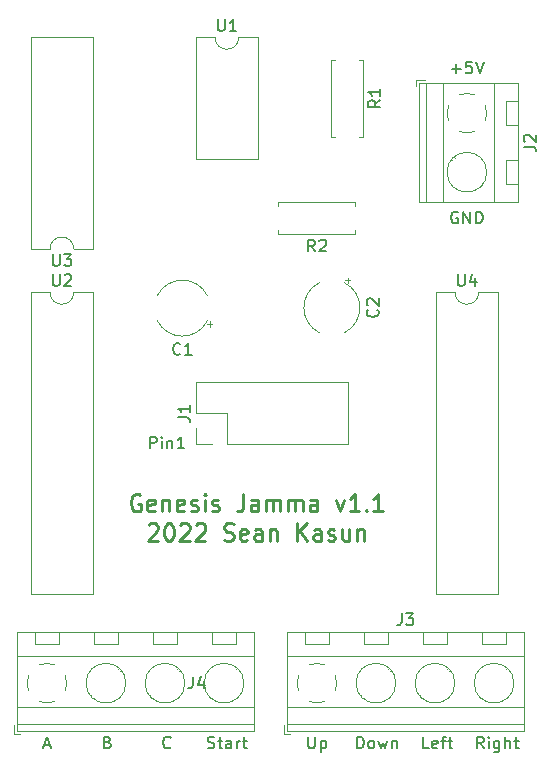
<source format=gbr>
G04 #@! TF.GenerationSoftware,KiCad,Pcbnew,(5.1.5-0-10_14)*
G04 #@! TF.CreationDate,2022-01-19T13:44:37-07:00*
G04 #@! TF.ProjectId,genesisctl,67656e65-7369-4736-9374-6c2e6b696361,rev?*
G04 #@! TF.SameCoordinates,Original*
G04 #@! TF.FileFunction,Legend,Top*
G04 #@! TF.FilePolarity,Positive*
%FSLAX46Y46*%
G04 Gerber Fmt 4.6, Leading zero omitted, Abs format (unit mm)*
G04 Created by KiCad (PCBNEW (5.1.5-0-10_14)) date 2022-01-19 13:44:37*
%MOMM*%
%LPD*%
G04 APERTURE LIST*
%ADD10C,0.250000*%
%ADD11C,0.200000*%
%ADD12C,0.120000*%
%ADD13C,0.150000*%
G04 APERTURE END LIST*
D10*
X200953333Y-72930000D02*
X200820000Y-72858571D01*
X200620000Y-72858571D01*
X200420000Y-72930000D01*
X200286666Y-73072857D01*
X200220000Y-73215714D01*
X200153333Y-73501428D01*
X200153333Y-73715714D01*
X200220000Y-74001428D01*
X200286666Y-74144285D01*
X200420000Y-74287142D01*
X200620000Y-74358571D01*
X200753333Y-74358571D01*
X200953333Y-74287142D01*
X201020000Y-74215714D01*
X201020000Y-73715714D01*
X200753333Y-73715714D01*
X202153333Y-74287142D02*
X202020000Y-74358571D01*
X201753333Y-74358571D01*
X201620000Y-74287142D01*
X201553333Y-74144285D01*
X201553333Y-73572857D01*
X201620000Y-73430000D01*
X201753333Y-73358571D01*
X202020000Y-73358571D01*
X202153333Y-73430000D01*
X202220000Y-73572857D01*
X202220000Y-73715714D01*
X201553333Y-73858571D01*
X202820000Y-73358571D02*
X202820000Y-74358571D01*
X202820000Y-73501428D02*
X202886666Y-73430000D01*
X203020000Y-73358571D01*
X203220000Y-73358571D01*
X203353333Y-73430000D01*
X203420000Y-73572857D01*
X203420000Y-74358571D01*
X204620000Y-74287142D02*
X204486666Y-74358571D01*
X204220000Y-74358571D01*
X204086666Y-74287142D01*
X204020000Y-74144285D01*
X204020000Y-73572857D01*
X204086666Y-73430000D01*
X204220000Y-73358571D01*
X204486666Y-73358571D01*
X204620000Y-73430000D01*
X204686666Y-73572857D01*
X204686666Y-73715714D01*
X204020000Y-73858571D01*
X205220000Y-74287142D02*
X205353333Y-74358571D01*
X205620000Y-74358571D01*
X205753333Y-74287142D01*
X205820000Y-74144285D01*
X205820000Y-74072857D01*
X205753333Y-73930000D01*
X205620000Y-73858571D01*
X205420000Y-73858571D01*
X205286666Y-73787142D01*
X205220000Y-73644285D01*
X205220000Y-73572857D01*
X205286666Y-73430000D01*
X205420000Y-73358571D01*
X205620000Y-73358571D01*
X205753333Y-73430000D01*
X206420000Y-74358571D02*
X206420000Y-73358571D01*
X206420000Y-72858571D02*
X206353333Y-72930000D01*
X206420000Y-73001428D01*
X206486666Y-72930000D01*
X206420000Y-72858571D01*
X206420000Y-73001428D01*
X207020000Y-74287142D02*
X207153333Y-74358571D01*
X207420000Y-74358571D01*
X207553333Y-74287142D01*
X207620000Y-74144285D01*
X207620000Y-74072857D01*
X207553333Y-73930000D01*
X207420000Y-73858571D01*
X207220000Y-73858571D01*
X207086666Y-73787142D01*
X207020000Y-73644285D01*
X207020000Y-73572857D01*
X207086666Y-73430000D01*
X207220000Y-73358571D01*
X207420000Y-73358571D01*
X207553333Y-73430000D01*
X209686666Y-72858571D02*
X209686666Y-73930000D01*
X209620000Y-74144285D01*
X209486666Y-74287142D01*
X209286666Y-74358571D01*
X209153333Y-74358571D01*
X210953333Y-74358571D02*
X210953333Y-73572857D01*
X210886666Y-73430000D01*
X210753333Y-73358571D01*
X210486666Y-73358571D01*
X210353333Y-73430000D01*
X210953333Y-74287142D02*
X210820000Y-74358571D01*
X210486666Y-74358571D01*
X210353333Y-74287142D01*
X210286666Y-74144285D01*
X210286666Y-74001428D01*
X210353333Y-73858571D01*
X210486666Y-73787142D01*
X210820000Y-73787142D01*
X210953333Y-73715714D01*
X211620000Y-74358571D02*
X211620000Y-73358571D01*
X211620000Y-73501428D02*
X211686666Y-73430000D01*
X211820000Y-73358571D01*
X212020000Y-73358571D01*
X212153333Y-73430000D01*
X212220000Y-73572857D01*
X212220000Y-74358571D01*
X212220000Y-73572857D02*
X212286666Y-73430000D01*
X212420000Y-73358571D01*
X212620000Y-73358571D01*
X212753333Y-73430000D01*
X212820000Y-73572857D01*
X212820000Y-74358571D01*
X213486666Y-74358571D02*
X213486666Y-73358571D01*
X213486666Y-73501428D02*
X213553333Y-73430000D01*
X213686666Y-73358571D01*
X213886666Y-73358571D01*
X214020000Y-73430000D01*
X214086666Y-73572857D01*
X214086666Y-74358571D01*
X214086666Y-73572857D02*
X214153333Y-73430000D01*
X214286666Y-73358571D01*
X214486666Y-73358571D01*
X214620000Y-73430000D01*
X214686666Y-73572857D01*
X214686666Y-74358571D01*
X215953333Y-74358571D02*
X215953333Y-73572857D01*
X215886666Y-73430000D01*
X215753333Y-73358571D01*
X215486666Y-73358571D01*
X215353333Y-73430000D01*
X215953333Y-74287142D02*
X215820000Y-74358571D01*
X215486666Y-74358571D01*
X215353333Y-74287142D01*
X215286666Y-74144285D01*
X215286666Y-74001428D01*
X215353333Y-73858571D01*
X215486666Y-73787142D01*
X215820000Y-73787142D01*
X215953333Y-73715714D01*
X217553333Y-73358571D02*
X217886666Y-74358571D01*
X218220000Y-73358571D01*
X219486666Y-74358571D02*
X218686666Y-74358571D01*
X219086666Y-74358571D02*
X219086666Y-72858571D01*
X218953333Y-73072857D01*
X218820000Y-73215714D01*
X218686666Y-73287142D01*
X220086666Y-74215714D02*
X220153333Y-74287142D01*
X220086666Y-74358571D01*
X220020000Y-74287142D01*
X220086666Y-74215714D01*
X220086666Y-74358571D01*
X221486666Y-74358571D02*
X220686666Y-74358571D01*
X221086666Y-74358571D02*
X221086666Y-72858571D01*
X220953333Y-73072857D01*
X220820000Y-73215714D01*
X220686666Y-73287142D01*
X201653333Y-75501428D02*
X201720000Y-75430000D01*
X201853333Y-75358571D01*
X202186666Y-75358571D01*
X202320000Y-75430000D01*
X202386666Y-75501428D01*
X202453333Y-75644285D01*
X202453333Y-75787142D01*
X202386666Y-76001428D01*
X201586666Y-76858571D01*
X202453333Y-76858571D01*
X203320000Y-75358571D02*
X203453333Y-75358571D01*
X203586666Y-75430000D01*
X203653333Y-75501428D01*
X203720000Y-75644285D01*
X203786666Y-75930000D01*
X203786666Y-76287142D01*
X203720000Y-76572857D01*
X203653333Y-76715714D01*
X203586666Y-76787142D01*
X203453333Y-76858571D01*
X203320000Y-76858571D01*
X203186666Y-76787142D01*
X203120000Y-76715714D01*
X203053333Y-76572857D01*
X202986666Y-76287142D01*
X202986666Y-75930000D01*
X203053333Y-75644285D01*
X203120000Y-75501428D01*
X203186666Y-75430000D01*
X203320000Y-75358571D01*
X204320000Y-75501428D02*
X204386666Y-75430000D01*
X204520000Y-75358571D01*
X204853333Y-75358571D01*
X204986666Y-75430000D01*
X205053333Y-75501428D01*
X205120000Y-75644285D01*
X205120000Y-75787142D01*
X205053333Y-76001428D01*
X204253333Y-76858571D01*
X205120000Y-76858571D01*
X205653333Y-75501428D02*
X205720000Y-75430000D01*
X205853333Y-75358571D01*
X206186666Y-75358571D01*
X206320000Y-75430000D01*
X206386666Y-75501428D01*
X206453333Y-75644285D01*
X206453333Y-75787142D01*
X206386666Y-76001428D01*
X205586666Y-76858571D01*
X206453333Y-76858571D01*
X208053333Y-76787142D02*
X208253333Y-76858571D01*
X208586666Y-76858571D01*
X208720000Y-76787142D01*
X208786666Y-76715714D01*
X208853333Y-76572857D01*
X208853333Y-76430000D01*
X208786666Y-76287142D01*
X208720000Y-76215714D01*
X208586666Y-76144285D01*
X208320000Y-76072857D01*
X208186666Y-76001428D01*
X208120000Y-75930000D01*
X208053333Y-75787142D01*
X208053333Y-75644285D01*
X208120000Y-75501428D01*
X208186666Y-75430000D01*
X208320000Y-75358571D01*
X208653333Y-75358571D01*
X208853333Y-75430000D01*
X209986666Y-76787142D02*
X209853333Y-76858571D01*
X209586666Y-76858571D01*
X209453333Y-76787142D01*
X209386666Y-76644285D01*
X209386666Y-76072857D01*
X209453333Y-75930000D01*
X209586666Y-75858571D01*
X209853333Y-75858571D01*
X209986666Y-75930000D01*
X210053333Y-76072857D01*
X210053333Y-76215714D01*
X209386666Y-76358571D01*
X211253333Y-76858571D02*
X211253333Y-76072857D01*
X211186666Y-75930000D01*
X211053333Y-75858571D01*
X210786666Y-75858571D01*
X210653333Y-75930000D01*
X211253333Y-76787142D02*
X211120000Y-76858571D01*
X210786666Y-76858571D01*
X210653333Y-76787142D01*
X210586666Y-76644285D01*
X210586666Y-76501428D01*
X210653333Y-76358571D01*
X210786666Y-76287142D01*
X211120000Y-76287142D01*
X211253333Y-76215714D01*
X211920000Y-75858571D02*
X211920000Y-76858571D01*
X211920000Y-76001428D02*
X211986666Y-75930000D01*
X212120000Y-75858571D01*
X212320000Y-75858571D01*
X212453333Y-75930000D01*
X212520000Y-76072857D01*
X212520000Y-76858571D01*
X214253333Y-76858571D02*
X214253333Y-75358571D01*
X215053333Y-76858571D02*
X214453333Y-76001428D01*
X215053333Y-75358571D02*
X214253333Y-76215714D01*
X216253333Y-76858571D02*
X216253333Y-76072857D01*
X216186666Y-75930000D01*
X216053333Y-75858571D01*
X215786666Y-75858571D01*
X215653333Y-75930000D01*
X216253333Y-76787142D02*
X216120000Y-76858571D01*
X215786666Y-76858571D01*
X215653333Y-76787142D01*
X215586666Y-76644285D01*
X215586666Y-76501428D01*
X215653333Y-76358571D01*
X215786666Y-76287142D01*
X216120000Y-76287142D01*
X216253333Y-76215714D01*
X216853333Y-76787142D02*
X216986666Y-76858571D01*
X217253333Y-76858571D01*
X217386666Y-76787142D01*
X217453333Y-76644285D01*
X217453333Y-76572857D01*
X217386666Y-76430000D01*
X217253333Y-76358571D01*
X217053333Y-76358571D01*
X216920000Y-76287142D01*
X216853333Y-76144285D01*
X216853333Y-76072857D01*
X216920000Y-75930000D01*
X217053333Y-75858571D01*
X217253333Y-75858571D01*
X217386666Y-75930000D01*
X218653333Y-75858571D02*
X218653333Y-76858571D01*
X218053333Y-75858571D02*
X218053333Y-76644285D01*
X218120000Y-76787142D01*
X218253333Y-76858571D01*
X218453333Y-76858571D01*
X218586666Y-76787142D01*
X218653333Y-76715714D01*
X219320000Y-75858571D02*
X219320000Y-76858571D01*
X219320000Y-76001428D02*
X219386666Y-75930000D01*
X219520000Y-75858571D01*
X219720000Y-75858571D01*
X219853333Y-75930000D01*
X219920000Y-76072857D01*
X219920000Y-76858571D01*
D11*
X206660952Y-94384761D02*
X206803809Y-94432380D01*
X207041904Y-94432380D01*
X207137142Y-94384761D01*
X207184761Y-94337142D01*
X207232380Y-94241904D01*
X207232380Y-94146666D01*
X207184761Y-94051428D01*
X207137142Y-94003809D01*
X207041904Y-93956190D01*
X206851428Y-93908571D01*
X206756190Y-93860952D01*
X206708571Y-93813333D01*
X206660952Y-93718095D01*
X206660952Y-93622857D01*
X206708571Y-93527619D01*
X206756190Y-93480000D01*
X206851428Y-93432380D01*
X207089523Y-93432380D01*
X207232380Y-93480000D01*
X207518095Y-93765714D02*
X207899047Y-93765714D01*
X207660952Y-93432380D02*
X207660952Y-94289523D01*
X207708571Y-94384761D01*
X207803809Y-94432380D01*
X207899047Y-94432380D01*
X208660952Y-94432380D02*
X208660952Y-93908571D01*
X208613333Y-93813333D01*
X208518095Y-93765714D01*
X208327619Y-93765714D01*
X208232380Y-93813333D01*
X208660952Y-94384761D02*
X208565714Y-94432380D01*
X208327619Y-94432380D01*
X208232380Y-94384761D01*
X208184761Y-94289523D01*
X208184761Y-94194285D01*
X208232380Y-94099047D01*
X208327619Y-94051428D01*
X208565714Y-94051428D01*
X208660952Y-94003809D01*
X209137142Y-94432380D02*
X209137142Y-93765714D01*
X209137142Y-93956190D02*
X209184761Y-93860952D01*
X209232380Y-93813333D01*
X209327619Y-93765714D01*
X209422857Y-93765714D01*
X209613333Y-93765714D02*
X209994285Y-93765714D01*
X209756190Y-93432380D02*
X209756190Y-94289523D01*
X209803809Y-94384761D01*
X209899047Y-94432380D01*
X209994285Y-94432380D01*
X203509523Y-94337142D02*
X203461904Y-94384761D01*
X203319047Y-94432380D01*
X203223809Y-94432380D01*
X203080952Y-94384761D01*
X202985714Y-94289523D01*
X202938095Y-94194285D01*
X202890476Y-94003809D01*
X202890476Y-93860952D01*
X202938095Y-93670476D01*
X202985714Y-93575238D01*
X203080952Y-93480000D01*
X203223809Y-93432380D01*
X203319047Y-93432380D01*
X203461904Y-93480000D01*
X203509523Y-93527619D01*
X198191428Y-93908571D02*
X198334285Y-93956190D01*
X198381904Y-94003809D01*
X198429523Y-94099047D01*
X198429523Y-94241904D01*
X198381904Y-94337142D01*
X198334285Y-94384761D01*
X198239047Y-94432380D01*
X197858095Y-94432380D01*
X197858095Y-93432380D01*
X198191428Y-93432380D01*
X198286666Y-93480000D01*
X198334285Y-93527619D01*
X198381904Y-93622857D01*
X198381904Y-93718095D01*
X198334285Y-93813333D01*
X198286666Y-93860952D01*
X198191428Y-93908571D01*
X197858095Y-93908571D01*
X192801904Y-94146666D02*
X193278095Y-94146666D01*
X192706666Y-94432380D02*
X193040000Y-93432380D01*
X193373333Y-94432380D01*
X230020952Y-94432380D02*
X229687619Y-93956190D01*
X229449523Y-94432380D02*
X229449523Y-93432380D01*
X229830476Y-93432380D01*
X229925714Y-93480000D01*
X229973333Y-93527619D01*
X230020952Y-93622857D01*
X230020952Y-93765714D01*
X229973333Y-93860952D01*
X229925714Y-93908571D01*
X229830476Y-93956190D01*
X229449523Y-93956190D01*
X230449523Y-94432380D02*
X230449523Y-93765714D01*
X230449523Y-93432380D02*
X230401904Y-93480000D01*
X230449523Y-93527619D01*
X230497142Y-93480000D01*
X230449523Y-93432380D01*
X230449523Y-93527619D01*
X231354285Y-93765714D02*
X231354285Y-94575238D01*
X231306666Y-94670476D01*
X231259047Y-94718095D01*
X231163809Y-94765714D01*
X231020952Y-94765714D01*
X230925714Y-94718095D01*
X231354285Y-94384761D02*
X231259047Y-94432380D01*
X231068571Y-94432380D01*
X230973333Y-94384761D01*
X230925714Y-94337142D01*
X230878095Y-94241904D01*
X230878095Y-93956190D01*
X230925714Y-93860952D01*
X230973333Y-93813333D01*
X231068571Y-93765714D01*
X231259047Y-93765714D01*
X231354285Y-93813333D01*
X231830476Y-94432380D02*
X231830476Y-93432380D01*
X232259047Y-94432380D02*
X232259047Y-93908571D01*
X232211428Y-93813333D01*
X232116190Y-93765714D01*
X231973333Y-93765714D01*
X231878095Y-93813333D01*
X231830476Y-93860952D01*
X232592380Y-93765714D02*
X232973333Y-93765714D01*
X232735238Y-93432380D02*
X232735238Y-94289523D01*
X232782857Y-94384761D01*
X232878095Y-94432380D01*
X232973333Y-94432380D01*
X225369523Y-94432380D02*
X224893333Y-94432380D01*
X224893333Y-93432380D01*
X226083809Y-94384761D02*
X225988571Y-94432380D01*
X225798095Y-94432380D01*
X225702857Y-94384761D01*
X225655238Y-94289523D01*
X225655238Y-93908571D01*
X225702857Y-93813333D01*
X225798095Y-93765714D01*
X225988571Y-93765714D01*
X226083809Y-93813333D01*
X226131428Y-93908571D01*
X226131428Y-94003809D01*
X225655238Y-94099047D01*
X226417142Y-93765714D02*
X226798095Y-93765714D01*
X226560000Y-94432380D02*
X226560000Y-93575238D01*
X226607619Y-93480000D01*
X226702857Y-93432380D01*
X226798095Y-93432380D01*
X226988571Y-93765714D02*
X227369523Y-93765714D01*
X227131428Y-93432380D02*
X227131428Y-94289523D01*
X227179047Y-94384761D01*
X227274285Y-94432380D01*
X227369523Y-94432380D01*
X219289523Y-94432380D02*
X219289523Y-93432380D01*
X219527619Y-93432380D01*
X219670476Y-93480000D01*
X219765714Y-93575238D01*
X219813333Y-93670476D01*
X219860952Y-93860952D01*
X219860952Y-94003809D01*
X219813333Y-94194285D01*
X219765714Y-94289523D01*
X219670476Y-94384761D01*
X219527619Y-94432380D01*
X219289523Y-94432380D01*
X220432380Y-94432380D02*
X220337142Y-94384761D01*
X220289523Y-94337142D01*
X220241904Y-94241904D01*
X220241904Y-93956190D01*
X220289523Y-93860952D01*
X220337142Y-93813333D01*
X220432380Y-93765714D01*
X220575238Y-93765714D01*
X220670476Y-93813333D01*
X220718095Y-93860952D01*
X220765714Y-93956190D01*
X220765714Y-94241904D01*
X220718095Y-94337142D01*
X220670476Y-94384761D01*
X220575238Y-94432380D01*
X220432380Y-94432380D01*
X221099047Y-93765714D02*
X221289523Y-94432380D01*
X221480000Y-93956190D01*
X221670476Y-94432380D01*
X221860952Y-93765714D01*
X222241904Y-93765714D02*
X222241904Y-94432380D01*
X222241904Y-93860952D02*
X222289523Y-93813333D01*
X222384761Y-93765714D01*
X222527619Y-93765714D01*
X222622857Y-93813333D01*
X222670476Y-93908571D01*
X222670476Y-94432380D01*
X215161904Y-93432380D02*
X215161904Y-94241904D01*
X215209523Y-94337142D01*
X215257142Y-94384761D01*
X215352380Y-94432380D01*
X215542857Y-94432380D01*
X215638095Y-94384761D01*
X215685714Y-94337142D01*
X215733333Y-94241904D01*
X215733333Y-93432380D01*
X216209523Y-93765714D02*
X216209523Y-94765714D01*
X216209523Y-93813333D02*
X216304761Y-93765714D01*
X216495238Y-93765714D01*
X216590476Y-93813333D01*
X216638095Y-93860952D01*
X216685714Y-93956190D01*
X216685714Y-94241904D01*
X216638095Y-94337142D01*
X216590476Y-94384761D01*
X216495238Y-94432380D01*
X216304761Y-94432380D01*
X216209523Y-94384761D01*
X201771428Y-69032380D02*
X201771428Y-68032380D01*
X202152380Y-68032380D01*
X202247619Y-68080000D01*
X202295238Y-68127619D01*
X202342857Y-68222857D01*
X202342857Y-68365714D01*
X202295238Y-68460952D01*
X202247619Y-68508571D01*
X202152380Y-68556190D01*
X201771428Y-68556190D01*
X202771428Y-69032380D02*
X202771428Y-68365714D01*
X202771428Y-68032380D02*
X202723809Y-68080000D01*
X202771428Y-68127619D01*
X202819047Y-68080000D01*
X202771428Y-68032380D01*
X202771428Y-68127619D01*
X203247619Y-68365714D02*
X203247619Y-69032380D01*
X203247619Y-68460952D02*
X203295238Y-68413333D01*
X203390476Y-68365714D01*
X203533333Y-68365714D01*
X203628571Y-68413333D01*
X203676190Y-68508571D01*
X203676190Y-69032380D01*
X204676190Y-69032380D02*
X204104761Y-69032380D01*
X204390476Y-69032380D02*
X204390476Y-68032380D01*
X204295238Y-68175238D01*
X204200000Y-68270476D01*
X204104761Y-68318095D01*
X227838095Y-49030000D02*
X227742857Y-48982380D01*
X227600000Y-48982380D01*
X227457142Y-49030000D01*
X227361904Y-49125238D01*
X227314285Y-49220476D01*
X227266666Y-49410952D01*
X227266666Y-49553809D01*
X227314285Y-49744285D01*
X227361904Y-49839523D01*
X227457142Y-49934761D01*
X227600000Y-49982380D01*
X227695238Y-49982380D01*
X227838095Y-49934761D01*
X227885714Y-49887142D01*
X227885714Y-49553809D01*
X227695238Y-49553809D01*
X228314285Y-49982380D02*
X228314285Y-48982380D01*
X228885714Y-49982380D01*
X228885714Y-48982380D01*
X229361904Y-49982380D02*
X229361904Y-48982380D01*
X229600000Y-48982380D01*
X229742857Y-49030000D01*
X229838095Y-49125238D01*
X229885714Y-49220476D01*
X229933333Y-49410952D01*
X229933333Y-49553809D01*
X229885714Y-49744285D01*
X229838095Y-49839523D01*
X229742857Y-49934761D01*
X229600000Y-49982380D01*
X229361904Y-49982380D01*
X227314285Y-36901428D02*
X228076190Y-36901428D01*
X227695238Y-37282380D02*
X227695238Y-36520476D01*
X229028571Y-36282380D02*
X228552380Y-36282380D01*
X228504761Y-36758571D01*
X228552380Y-36710952D01*
X228647619Y-36663333D01*
X228885714Y-36663333D01*
X228980952Y-36710952D01*
X229028571Y-36758571D01*
X229076190Y-36853809D01*
X229076190Y-37091904D01*
X229028571Y-37187142D01*
X228980952Y-37234761D01*
X228885714Y-37282380D01*
X228647619Y-37282380D01*
X228552380Y-37234761D01*
X228504761Y-37187142D01*
X229361904Y-36282380D02*
X229695238Y-37282380D01*
X230028571Y-36282380D01*
D12*
X190240000Y-93200000D02*
X190740000Y-93200000D01*
X190240000Y-92460000D02*
X190240000Y-93200000D01*
X209040000Y-84600000D02*
X209040000Y-85600000D01*
X207040000Y-84600000D02*
X207040000Y-85600000D01*
X207040000Y-85600000D02*
X209040000Y-85600000D01*
X207040000Y-84600000D02*
X209040000Y-84600000D01*
X206813000Y-89923000D02*
X206766000Y-89969000D01*
X209110000Y-87625000D02*
X209075000Y-87661000D01*
X207006000Y-90139000D02*
X206971000Y-90174000D01*
X209315000Y-87831000D02*
X209268000Y-87877000D01*
X204040000Y-84600000D02*
X204040000Y-85600000D01*
X202040000Y-84600000D02*
X202040000Y-85600000D01*
X202040000Y-85600000D02*
X204040000Y-85600000D01*
X202040000Y-84600000D02*
X204040000Y-84600000D01*
X201813000Y-89923000D02*
X201766000Y-89969000D01*
X204110000Y-87625000D02*
X204075000Y-87661000D01*
X202006000Y-90139000D02*
X201971000Y-90174000D01*
X204315000Y-87831000D02*
X204268000Y-87877000D01*
X199040000Y-84600000D02*
X199040000Y-85600000D01*
X197040000Y-84600000D02*
X197040000Y-85600000D01*
X197040000Y-85600000D02*
X199040000Y-85600000D01*
X197040000Y-84600000D02*
X199040000Y-84600000D01*
X196813000Y-89923000D02*
X196766000Y-89969000D01*
X199110000Y-87625000D02*
X199075000Y-87661000D01*
X197006000Y-90139000D02*
X196971000Y-90174000D01*
X199315000Y-87831000D02*
X199268000Y-87877000D01*
X194040000Y-84600000D02*
X194040000Y-85600000D01*
X192040000Y-84600000D02*
X192040000Y-85600000D01*
X192040000Y-85600000D02*
X194040000Y-85600000D01*
X192040000Y-84600000D02*
X194040000Y-84600000D01*
X210601000Y-84540000D02*
X210601000Y-92960000D01*
X190480000Y-84540000D02*
X190480000Y-92960000D01*
X190480000Y-92960000D02*
X210601000Y-92960000D01*
X190480000Y-84540000D02*
X210601000Y-84540000D01*
X190480000Y-86599000D02*
X210601000Y-86599000D01*
X190480000Y-90900000D02*
X210601000Y-90900000D01*
X190480000Y-92400000D02*
X210601000Y-92400000D01*
X209720000Y-88900000D02*
G75*
G03X209720000Y-88900000I-1680000J0D01*
G01*
X204720000Y-88900000D02*
G75*
G03X204720000Y-88900000I-1680000J0D01*
G01*
X199720000Y-88900000D02*
G75*
G03X199720000Y-88900000I-1680000J0D01*
G01*
X193068805Y-90580253D02*
G75*
G02X192356000Y-90435000I-28805J1680253D01*
G01*
X191504574Y-89583042D02*
G75*
G02X191505000Y-88216000I1535426J683042D01*
G01*
X192356958Y-87364574D02*
G75*
G02X193724000Y-87365000I683042J-1535426D01*
G01*
X194575426Y-88216958D02*
G75*
G02X194575000Y-89584000I-1535426J-683042D01*
G01*
X193723318Y-90434756D02*
G75*
G02X193040000Y-90580000I-683318J1534756D01*
G01*
X231250000Y-55820000D02*
X229600000Y-55820000D01*
X231250000Y-81340000D02*
X231250000Y-55820000D01*
X225950000Y-81340000D02*
X231250000Y-81340000D01*
X225950000Y-55820000D02*
X225950000Y-81340000D01*
X227600000Y-55820000D02*
X225950000Y-55820000D01*
X229600000Y-55820000D02*
G75*
G02X227600000Y-55820000I-1000000J0D01*
G01*
X193310000Y-52130000D02*
G75*
G02X195310000Y-52130000I1000000J0D01*
G01*
X195310000Y-52130000D02*
X196960000Y-52130000D01*
X196960000Y-52130000D02*
X196960000Y-34230000D01*
X196960000Y-34230000D02*
X191660000Y-34230000D01*
X191660000Y-34230000D02*
X191660000Y-52130000D01*
X191660000Y-52130000D02*
X193310000Y-52130000D01*
X209280000Y-34230000D02*
G75*
G02X207280000Y-34230000I-1000000J0D01*
G01*
X207280000Y-34230000D02*
X205630000Y-34230000D01*
X205630000Y-34230000D02*
X205630000Y-44510000D01*
X205630000Y-44510000D02*
X210930000Y-44510000D01*
X210930000Y-44510000D02*
X210930000Y-34230000D01*
X210930000Y-34230000D02*
X209280000Y-34230000D01*
X202390260Y-58210000D02*
G75*
G03X206629741Y-58210000I2119740J1060000D01*
G01*
X202390260Y-56090000D02*
G75*
G02X206629741Y-56090000I2119740J-1060000D01*
G01*
X207047288Y-58485000D02*
X206597288Y-58485000D01*
X206822288Y-58710000D02*
X206822288Y-58260000D01*
X218730000Y-54797712D02*
X218280000Y-54797712D01*
X218505000Y-54572712D02*
X218505000Y-55022712D01*
X216110000Y-59229740D02*
G75*
G02X216110000Y-54990259I1060000J2119740D01*
G01*
X218230000Y-59229740D02*
G75*
G03X218230000Y-54990259I-1060000J2119740D01*
G01*
X218500000Y-68640000D02*
X218500000Y-63440000D01*
X208280000Y-68640000D02*
X218500000Y-68640000D01*
X205680000Y-63440000D02*
X218500000Y-63440000D01*
X208280000Y-68640000D02*
X208280000Y-66040000D01*
X208280000Y-66040000D02*
X205680000Y-66040000D01*
X205680000Y-66040000D02*
X205680000Y-63440000D01*
X207010000Y-68640000D02*
X205680000Y-68640000D01*
X205680000Y-68640000D02*
X205680000Y-67310000D01*
X227065244Y-41323318D02*
G75*
G02X226920000Y-40640000I1534756J683318D01*
G01*
X229283042Y-42175426D02*
G75*
G02X227916000Y-42175000I-683042J1535426D01*
G01*
X230135426Y-39956958D02*
G75*
G02X230135000Y-41324000I-1535426J-683042D01*
G01*
X227916958Y-39104574D02*
G75*
G02X229284000Y-39105000I683042J-1535426D01*
G01*
X226919747Y-40668805D02*
G75*
G02X227065000Y-39956000I1680253J28805D01*
G01*
X230280000Y-45640000D02*
G75*
G03X230280000Y-45640000I-1680000J0D01*
G01*
X225100000Y-38080000D02*
X225100000Y-48200000D01*
X226600000Y-38080000D02*
X226600000Y-48200000D01*
X230901000Y-38080000D02*
X230901000Y-48200000D01*
X232960000Y-38080000D02*
X232960000Y-48200000D01*
X224540000Y-38080000D02*
X224540000Y-48200000D01*
X232960000Y-38080000D02*
X224540000Y-38080000D01*
X232960000Y-48200000D02*
X224540000Y-48200000D01*
X232900000Y-39640000D02*
X232900000Y-41640000D01*
X231900000Y-39640000D02*
X231900000Y-41640000D01*
X232900000Y-39640000D02*
X231900000Y-39640000D01*
X232900000Y-41640000D02*
X231900000Y-41640000D01*
X229669000Y-46915000D02*
X229623000Y-46868000D01*
X227361000Y-44606000D02*
X227326000Y-44571000D01*
X229875000Y-46710000D02*
X229839000Y-46675000D01*
X227577000Y-44413000D02*
X227531000Y-44366000D01*
X232900000Y-44640000D02*
X232900000Y-46640000D01*
X231900000Y-44640000D02*
X231900000Y-46640000D01*
X232900000Y-44640000D02*
X231900000Y-44640000D01*
X232900000Y-46640000D02*
X231900000Y-46640000D01*
X225040000Y-37840000D02*
X224300000Y-37840000D01*
X224300000Y-37840000D02*
X224300000Y-38340000D01*
X216583318Y-90434756D02*
G75*
G02X215900000Y-90580000I-683318J1534756D01*
G01*
X217435426Y-88216958D02*
G75*
G02X217435000Y-89584000I-1535426J-683042D01*
G01*
X215216958Y-87364574D02*
G75*
G02X216584000Y-87365000I683042J-1535426D01*
G01*
X214364574Y-89583042D02*
G75*
G02X214365000Y-88216000I1535426J683042D01*
G01*
X215928805Y-90580253D02*
G75*
G02X215216000Y-90435000I-28805J1680253D01*
G01*
X222580000Y-88900000D02*
G75*
G03X222580000Y-88900000I-1680000J0D01*
G01*
X227580000Y-88900000D02*
G75*
G03X227580000Y-88900000I-1680000J0D01*
G01*
X232580000Y-88900000D02*
G75*
G03X232580000Y-88900000I-1680000J0D01*
G01*
X213340000Y-92400000D02*
X233461000Y-92400000D01*
X213340000Y-90900000D02*
X233461000Y-90900000D01*
X213340000Y-86599000D02*
X233461000Y-86599000D01*
X213340000Y-84540000D02*
X233461000Y-84540000D01*
X213340000Y-92960000D02*
X233461000Y-92960000D01*
X213340000Y-84540000D02*
X213340000Y-92960000D01*
X233461000Y-84540000D02*
X233461000Y-92960000D01*
X214900000Y-84600000D02*
X216900000Y-84600000D01*
X214900000Y-85600000D02*
X216900000Y-85600000D01*
X214900000Y-84600000D02*
X214900000Y-85600000D01*
X216900000Y-84600000D02*
X216900000Y-85600000D01*
X222175000Y-87831000D02*
X222128000Y-87877000D01*
X219866000Y-90139000D02*
X219831000Y-90174000D01*
X221970000Y-87625000D02*
X221935000Y-87661000D01*
X219673000Y-89923000D02*
X219626000Y-89969000D01*
X219900000Y-84600000D02*
X221900000Y-84600000D01*
X219900000Y-85600000D02*
X221900000Y-85600000D01*
X219900000Y-84600000D02*
X219900000Y-85600000D01*
X221900000Y-84600000D02*
X221900000Y-85600000D01*
X227175000Y-87831000D02*
X227128000Y-87877000D01*
X224866000Y-90139000D02*
X224831000Y-90174000D01*
X226970000Y-87625000D02*
X226935000Y-87661000D01*
X224673000Y-89923000D02*
X224626000Y-89969000D01*
X224900000Y-84600000D02*
X226900000Y-84600000D01*
X224900000Y-85600000D02*
X226900000Y-85600000D01*
X224900000Y-84600000D02*
X224900000Y-85600000D01*
X226900000Y-84600000D02*
X226900000Y-85600000D01*
X232175000Y-87831000D02*
X232128000Y-87877000D01*
X229866000Y-90139000D02*
X229831000Y-90174000D01*
X231970000Y-87625000D02*
X231935000Y-87661000D01*
X229673000Y-89923000D02*
X229626000Y-89969000D01*
X229900000Y-84600000D02*
X231900000Y-84600000D01*
X229900000Y-85600000D02*
X231900000Y-85600000D01*
X229900000Y-84600000D02*
X229900000Y-85600000D01*
X231900000Y-84600000D02*
X231900000Y-85600000D01*
X213100000Y-92460000D02*
X213100000Y-93200000D01*
X213100000Y-93200000D02*
X213600000Y-93200000D01*
X217070000Y-42640000D02*
X217400000Y-42640000D01*
X217070000Y-36100000D02*
X217070000Y-42640000D01*
X217400000Y-36100000D02*
X217070000Y-36100000D01*
X219810000Y-42640000D02*
X219480000Y-42640000D01*
X219810000Y-36100000D02*
X219810000Y-42640000D01*
X219480000Y-36100000D02*
X219810000Y-36100000D01*
X212630000Y-48160000D02*
X212630000Y-48490000D01*
X219170000Y-48160000D02*
X212630000Y-48160000D01*
X219170000Y-48490000D02*
X219170000Y-48160000D01*
X212630000Y-50900000D02*
X212630000Y-50570000D01*
X219170000Y-50900000D02*
X212630000Y-50900000D01*
X219170000Y-50570000D02*
X219170000Y-50900000D01*
X195310000Y-55820000D02*
G75*
G02X193310000Y-55820000I-1000000J0D01*
G01*
X193310000Y-55820000D02*
X191660000Y-55820000D01*
X191660000Y-55820000D02*
X191660000Y-81340000D01*
X191660000Y-81340000D02*
X196960000Y-81340000D01*
X196960000Y-81340000D02*
X196960000Y-55820000D01*
X196960000Y-55820000D02*
X195310000Y-55820000D01*
D13*
X205406666Y-88352380D02*
X205406666Y-89066666D01*
X205359047Y-89209523D01*
X205263809Y-89304761D01*
X205120952Y-89352380D01*
X205025714Y-89352380D01*
X206311428Y-88685714D02*
X206311428Y-89352380D01*
X206073333Y-88304761D02*
X205835238Y-89019047D01*
X206454285Y-89019047D01*
X227838095Y-54272380D02*
X227838095Y-55081904D01*
X227885714Y-55177142D01*
X227933333Y-55224761D01*
X228028571Y-55272380D01*
X228219047Y-55272380D01*
X228314285Y-55224761D01*
X228361904Y-55177142D01*
X228409523Y-55081904D01*
X228409523Y-54272380D01*
X229314285Y-54605714D02*
X229314285Y-55272380D01*
X229076190Y-54224761D02*
X228838095Y-54939047D01*
X229457142Y-54939047D01*
X193548095Y-52582380D02*
X193548095Y-53391904D01*
X193595714Y-53487142D01*
X193643333Y-53534761D01*
X193738571Y-53582380D01*
X193929047Y-53582380D01*
X194024285Y-53534761D01*
X194071904Y-53487142D01*
X194119523Y-53391904D01*
X194119523Y-52582380D01*
X194500476Y-52582380D02*
X195119523Y-52582380D01*
X194786190Y-52963333D01*
X194929047Y-52963333D01*
X195024285Y-53010952D01*
X195071904Y-53058571D01*
X195119523Y-53153809D01*
X195119523Y-53391904D01*
X195071904Y-53487142D01*
X195024285Y-53534761D01*
X194929047Y-53582380D01*
X194643333Y-53582380D01*
X194548095Y-53534761D01*
X194500476Y-53487142D01*
X207518095Y-32682380D02*
X207518095Y-33491904D01*
X207565714Y-33587142D01*
X207613333Y-33634761D01*
X207708571Y-33682380D01*
X207899047Y-33682380D01*
X207994285Y-33634761D01*
X208041904Y-33587142D01*
X208089523Y-33491904D01*
X208089523Y-32682380D01*
X209089523Y-33682380D02*
X208518095Y-33682380D01*
X208803809Y-33682380D02*
X208803809Y-32682380D01*
X208708571Y-32825238D01*
X208613333Y-32920476D01*
X208518095Y-32968095D01*
X204343333Y-61007142D02*
X204295714Y-61054761D01*
X204152857Y-61102380D01*
X204057619Y-61102380D01*
X203914761Y-61054761D01*
X203819523Y-60959523D01*
X203771904Y-60864285D01*
X203724285Y-60673809D01*
X203724285Y-60530952D01*
X203771904Y-60340476D01*
X203819523Y-60245238D01*
X203914761Y-60150000D01*
X204057619Y-60102380D01*
X204152857Y-60102380D01*
X204295714Y-60150000D01*
X204343333Y-60197619D01*
X205295714Y-61102380D02*
X204724285Y-61102380D01*
X205010000Y-61102380D02*
X205010000Y-60102380D01*
X204914761Y-60245238D01*
X204819523Y-60340476D01*
X204724285Y-60388095D01*
X221027142Y-57276666D02*
X221074761Y-57324285D01*
X221122380Y-57467142D01*
X221122380Y-57562380D01*
X221074761Y-57705238D01*
X220979523Y-57800476D01*
X220884285Y-57848095D01*
X220693809Y-57895714D01*
X220550952Y-57895714D01*
X220360476Y-57848095D01*
X220265238Y-57800476D01*
X220170000Y-57705238D01*
X220122380Y-57562380D01*
X220122380Y-57467142D01*
X220170000Y-57324285D01*
X220217619Y-57276666D01*
X220217619Y-56895714D02*
X220170000Y-56848095D01*
X220122380Y-56752857D01*
X220122380Y-56514761D01*
X220170000Y-56419523D01*
X220217619Y-56371904D01*
X220312857Y-56324285D01*
X220408095Y-56324285D01*
X220550952Y-56371904D01*
X221122380Y-56943333D01*
X221122380Y-56324285D01*
X204132380Y-66373333D02*
X204846666Y-66373333D01*
X204989523Y-66420952D01*
X205084761Y-66516190D01*
X205132380Y-66659047D01*
X205132380Y-66754285D01*
X205132380Y-65373333D02*
X205132380Y-65944761D01*
X205132380Y-65659047D02*
X204132380Y-65659047D01*
X204275238Y-65754285D01*
X204370476Y-65849523D01*
X204418095Y-65944761D01*
X233412380Y-43473333D02*
X234126666Y-43473333D01*
X234269523Y-43520952D01*
X234364761Y-43616190D01*
X234412380Y-43759047D01*
X234412380Y-43854285D01*
X233507619Y-43044761D02*
X233460000Y-42997142D01*
X233412380Y-42901904D01*
X233412380Y-42663809D01*
X233460000Y-42568571D01*
X233507619Y-42520952D01*
X233602857Y-42473333D01*
X233698095Y-42473333D01*
X233840952Y-42520952D01*
X234412380Y-43092380D01*
X234412380Y-42473333D01*
X223066666Y-82992380D02*
X223066666Y-83706666D01*
X223019047Y-83849523D01*
X222923809Y-83944761D01*
X222780952Y-83992380D01*
X222685714Y-83992380D01*
X223447619Y-82992380D02*
X224066666Y-82992380D01*
X223733333Y-83373333D01*
X223876190Y-83373333D01*
X223971428Y-83420952D01*
X224019047Y-83468571D01*
X224066666Y-83563809D01*
X224066666Y-83801904D01*
X224019047Y-83897142D01*
X223971428Y-83944761D01*
X223876190Y-83992380D01*
X223590476Y-83992380D01*
X223495238Y-83944761D01*
X223447619Y-83897142D01*
X221262380Y-39536666D02*
X220786190Y-39870000D01*
X221262380Y-40108095D02*
X220262380Y-40108095D01*
X220262380Y-39727142D01*
X220310000Y-39631904D01*
X220357619Y-39584285D01*
X220452857Y-39536666D01*
X220595714Y-39536666D01*
X220690952Y-39584285D01*
X220738571Y-39631904D01*
X220786190Y-39727142D01*
X220786190Y-40108095D01*
X221262380Y-38584285D02*
X221262380Y-39155714D01*
X221262380Y-38870000D02*
X220262380Y-38870000D01*
X220405238Y-38965238D01*
X220500476Y-39060476D01*
X220548095Y-39155714D01*
X215733333Y-52352380D02*
X215400000Y-51876190D01*
X215161904Y-52352380D02*
X215161904Y-51352380D01*
X215542857Y-51352380D01*
X215638095Y-51400000D01*
X215685714Y-51447619D01*
X215733333Y-51542857D01*
X215733333Y-51685714D01*
X215685714Y-51780952D01*
X215638095Y-51828571D01*
X215542857Y-51876190D01*
X215161904Y-51876190D01*
X216114285Y-51447619D02*
X216161904Y-51400000D01*
X216257142Y-51352380D01*
X216495238Y-51352380D01*
X216590476Y-51400000D01*
X216638095Y-51447619D01*
X216685714Y-51542857D01*
X216685714Y-51638095D01*
X216638095Y-51780952D01*
X216066666Y-52352380D01*
X216685714Y-52352380D01*
X193548095Y-54272380D02*
X193548095Y-55081904D01*
X193595714Y-55177142D01*
X193643333Y-55224761D01*
X193738571Y-55272380D01*
X193929047Y-55272380D01*
X194024285Y-55224761D01*
X194071904Y-55177142D01*
X194119523Y-55081904D01*
X194119523Y-54272380D01*
X194548095Y-54367619D02*
X194595714Y-54320000D01*
X194690952Y-54272380D01*
X194929047Y-54272380D01*
X195024285Y-54320000D01*
X195071904Y-54367619D01*
X195119523Y-54462857D01*
X195119523Y-54558095D01*
X195071904Y-54700952D01*
X194500476Y-55272380D01*
X195119523Y-55272380D01*
M02*

</source>
